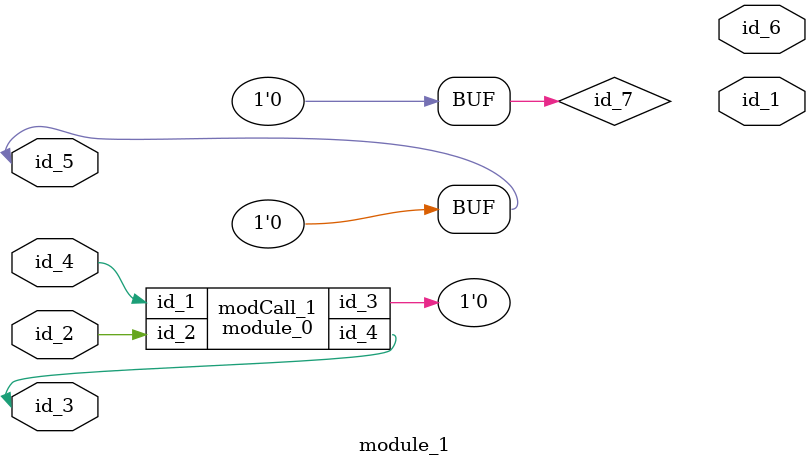
<source format=v>
module module_0 (
    id_1,
    id_2,
    id_3,
    id_4
);
  output wire id_4;
  inout wire id_3;
  input wire id_2;
  input wire id_1;
  wand id_5;
  wire id_6;
  assign id_5 = 1;
endmodule
module module_1 (
    id_1,
    id_2,
    id_3,
    id_4,
    id_5,
    id_6
);
  output wire id_6;
  inout wire id_5;
  input wire id_4;
  inout wire id_3;
  inout wire id_2;
  output wire id_1;
  wire id_7 = (1'b0);
  assign id_5 = 1'b0;
  module_0 modCall_1 (
      id_4,
      id_2,
      id_7,
      id_3
  );
  wire id_8;
endmodule

</source>
